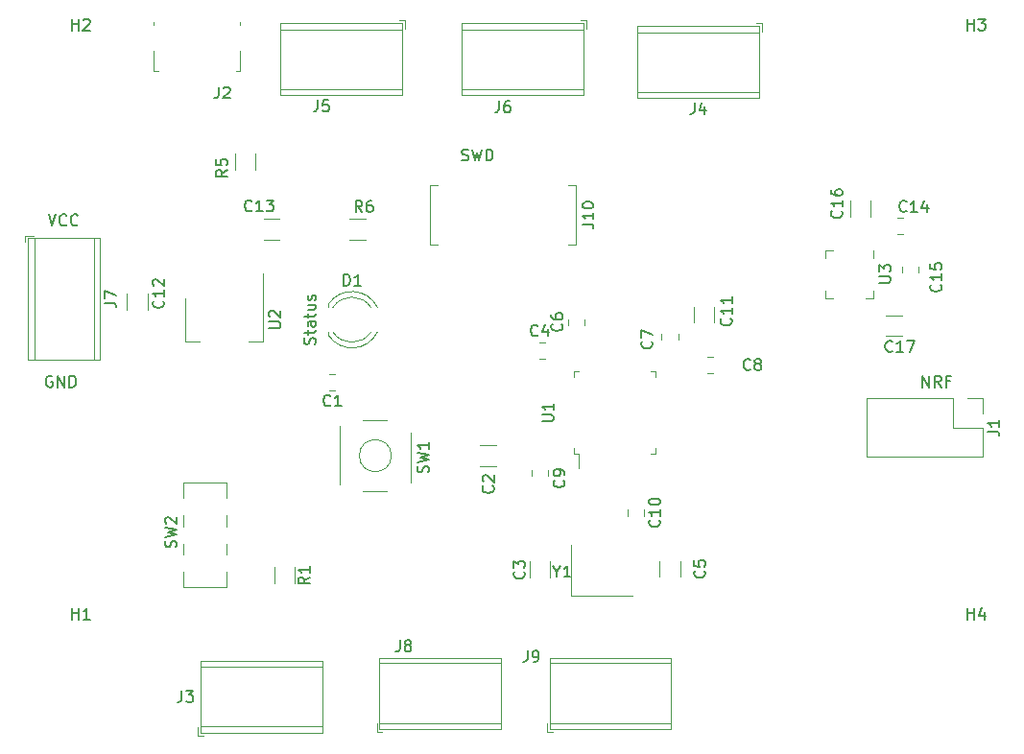
<source format=gbr>
%TF.GenerationSoftware,KiCad,Pcbnew,(6.0.9)*%
%TF.CreationDate,2022-12-05T13:16:43+00:00*%
%TF.ProjectId,stm32controller,73746d33-3263-46f6-9e74-726f6c6c6572,rev?*%
%TF.SameCoordinates,Original*%
%TF.FileFunction,Legend,Top*%
%TF.FilePolarity,Positive*%
%FSLAX46Y46*%
G04 Gerber Fmt 4.6, Leading zero omitted, Abs format (unit mm)*
G04 Created by KiCad (PCBNEW (6.0.9)) date 2022-12-05 13:16:43*
%MOMM*%
%LPD*%
G01*
G04 APERTURE LIST*
%ADD10C,0.150000*%
%ADD11C,0.120000*%
G04 APERTURE END LIST*
D10*
X58654761Y-55166666D02*
X58702380Y-55023809D01*
X58702380Y-54785714D01*
X58654761Y-54690476D01*
X58607142Y-54642857D01*
X58511904Y-54595238D01*
X58416666Y-54595238D01*
X58321428Y-54642857D01*
X58273809Y-54690476D01*
X58226190Y-54785714D01*
X58178571Y-54976190D01*
X58130952Y-55071428D01*
X58083333Y-55119047D01*
X57988095Y-55166666D01*
X57892857Y-55166666D01*
X57797619Y-55119047D01*
X57750000Y-55071428D01*
X57702380Y-54976190D01*
X57702380Y-54738095D01*
X57750000Y-54595238D01*
X58035714Y-54309523D02*
X58035714Y-53928571D01*
X57702380Y-54166666D02*
X58559523Y-54166666D01*
X58654761Y-54119047D01*
X58702380Y-54023809D01*
X58702380Y-53928571D01*
X58702380Y-53166666D02*
X58178571Y-53166666D01*
X58083333Y-53214285D01*
X58035714Y-53309523D01*
X58035714Y-53500000D01*
X58083333Y-53595238D01*
X58654761Y-53166666D02*
X58702380Y-53261904D01*
X58702380Y-53500000D01*
X58654761Y-53595238D01*
X58559523Y-53642857D01*
X58464285Y-53642857D01*
X58369047Y-53595238D01*
X58321428Y-53500000D01*
X58321428Y-53261904D01*
X58273809Y-53166666D01*
X58035714Y-52833333D02*
X58035714Y-52452380D01*
X57702380Y-52690476D02*
X58559523Y-52690476D01*
X58654761Y-52642857D01*
X58702380Y-52547619D01*
X58702380Y-52452380D01*
X58035714Y-51690476D02*
X58702380Y-51690476D01*
X58035714Y-52119047D02*
X58559523Y-52119047D01*
X58654761Y-52071428D01*
X58702380Y-51976190D01*
X58702380Y-51833333D01*
X58654761Y-51738095D01*
X58607142Y-51690476D01*
X58654761Y-51261904D02*
X58702380Y-51166666D01*
X58702380Y-50976190D01*
X58654761Y-50880952D01*
X58559523Y-50833333D01*
X58511904Y-50833333D01*
X58416666Y-50880952D01*
X58369047Y-50976190D01*
X58369047Y-51119047D01*
X58321428Y-51214285D01*
X58226190Y-51261904D01*
X58178571Y-51261904D01*
X58083333Y-51214285D01*
X58035714Y-51119047D01*
X58035714Y-50976190D01*
X58083333Y-50880952D01*
X71642857Y-38904761D02*
X71785714Y-38952380D01*
X72023809Y-38952380D01*
X72119047Y-38904761D01*
X72166666Y-38857142D01*
X72214285Y-38761904D01*
X72214285Y-38666666D01*
X72166666Y-38571428D01*
X72119047Y-38523809D01*
X72023809Y-38476190D01*
X71833333Y-38428571D01*
X71738095Y-38380952D01*
X71690476Y-38333333D01*
X71642857Y-38238095D01*
X71642857Y-38142857D01*
X71690476Y-38047619D01*
X71738095Y-38000000D01*
X71833333Y-37952380D01*
X72071428Y-37952380D01*
X72214285Y-38000000D01*
X72547619Y-37952380D02*
X72785714Y-38952380D01*
X72976190Y-38238095D01*
X73166666Y-38952380D01*
X73404761Y-37952380D01*
X73785714Y-38952380D02*
X73785714Y-37952380D01*
X74023809Y-37952380D01*
X74166666Y-38000000D01*
X74261904Y-38095238D01*
X74309523Y-38190476D01*
X74357142Y-38380952D01*
X74357142Y-38523809D01*
X74309523Y-38714285D01*
X74261904Y-38809523D01*
X74166666Y-38904761D01*
X74023809Y-38952380D01*
X73785714Y-38952380D01*
X35488095Y-58000000D02*
X35392857Y-57952380D01*
X35250000Y-57952380D01*
X35107142Y-58000000D01*
X35011904Y-58095238D01*
X34964285Y-58190476D01*
X34916666Y-58380952D01*
X34916666Y-58523809D01*
X34964285Y-58714285D01*
X35011904Y-58809523D01*
X35107142Y-58904761D01*
X35250000Y-58952380D01*
X35345238Y-58952380D01*
X35488095Y-58904761D01*
X35535714Y-58857142D01*
X35535714Y-58523809D01*
X35345238Y-58523809D01*
X35964285Y-58952380D02*
X35964285Y-57952380D01*
X36535714Y-58952380D01*
X36535714Y-57952380D01*
X37011904Y-58952380D02*
X37011904Y-57952380D01*
X37250000Y-57952380D01*
X37392857Y-58000000D01*
X37488095Y-58095238D01*
X37535714Y-58190476D01*
X37583333Y-58380952D01*
X37583333Y-58523809D01*
X37535714Y-58714285D01*
X37488095Y-58809523D01*
X37392857Y-58904761D01*
X37250000Y-58952380D01*
X37011904Y-58952380D01*
X35166666Y-43702380D02*
X35500000Y-44702380D01*
X35833333Y-43702380D01*
X36738095Y-44607142D02*
X36690476Y-44654761D01*
X36547619Y-44702380D01*
X36452380Y-44702380D01*
X36309523Y-44654761D01*
X36214285Y-44559523D01*
X36166666Y-44464285D01*
X36119047Y-44273809D01*
X36119047Y-44130952D01*
X36166666Y-43940476D01*
X36214285Y-43845238D01*
X36309523Y-43750000D01*
X36452380Y-43702380D01*
X36547619Y-43702380D01*
X36690476Y-43750000D01*
X36738095Y-43797619D01*
X37738095Y-44607142D02*
X37690476Y-44654761D01*
X37547619Y-44702380D01*
X37452380Y-44702380D01*
X37309523Y-44654761D01*
X37214285Y-44559523D01*
X37166666Y-44464285D01*
X37119047Y-44273809D01*
X37119047Y-44130952D01*
X37166666Y-43940476D01*
X37214285Y-43845238D01*
X37309523Y-43750000D01*
X37452380Y-43702380D01*
X37547619Y-43702380D01*
X37690476Y-43750000D01*
X37738095Y-43797619D01*
X112285714Y-58952380D02*
X112285714Y-57952380D01*
X112857142Y-58952380D01*
X112857142Y-57952380D01*
X113904761Y-58952380D02*
X113571428Y-58476190D01*
X113333333Y-58952380D02*
X113333333Y-57952380D01*
X113714285Y-57952380D01*
X113809523Y-58000000D01*
X113857142Y-58047619D01*
X113904761Y-58142857D01*
X113904761Y-58285714D01*
X113857142Y-58380952D01*
X113809523Y-58428571D01*
X113714285Y-58476190D01*
X113333333Y-58476190D01*
X114666666Y-58428571D02*
X114333333Y-58428571D01*
X114333333Y-58952380D02*
X114333333Y-57952380D01*
X114809523Y-57952380D01*
%TO.C,C7*%
X88357142Y-54916666D02*
X88404761Y-54964285D01*
X88452380Y-55107142D01*
X88452380Y-55202380D01*
X88404761Y-55345238D01*
X88309523Y-55440476D01*
X88214285Y-55488095D01*
X88023809Y-55535714D01*
X87880952Y-55535714D01*
X87690476Y-55488095D01*
X87595238Y-55440476D01*
X87500000Y-55345238D01*
X87452380Y-55202380D01*
X87452380Y-55107142D01*
X87500000Y-54964285D01*
X87547619Y-54916666D01*
X87452380Y-54583333D02*
X87452380Y-53916666D01*
X88452380Y-54345238D01*
%TO.C,U2*%
X54622380Y-53761904D02*
X55431904Y-53761904D01*
X55527142Y-53714285D01*
X55574761Y-53666666D01*
X55622380Y-53571428D01*
X55622380Y-53380952D01*
X55574761Y-53285714D01*
X55527142Y-53238095D01*
X55431904Y-53190476D01*
X54622380Y-53190476D01*
X54717619Y-52761904D02*
X54670000Y-52714285D01*
X54622380Y-52619047D01*
X54622380Y-52380952D01*
X54670000Y-52285714D01*
X54717619Y-52238095D01*
X54812857Y-52190476D01*
X54908095Y-52190476D01*
X55050952Y-52238095D01*
X55622380Y-52809523D01*
X55622380Y-52190476D01*
%TO.C,Y1*%
X80023809Y-75226190D02*
X80023809Y-75702380D01*
X79690476Y-74702380D02*
X80023809Y-75226190D01*
X80357142Y-74702380D01*
X81214285Y-75702380D02*
X80642857Y-75702380D01*
X80928571Y-75702380D02*
X80928571Y-74702380D01*
X80833333Y-74845238D01*
X80738095Y-74940476D01*
X80642857Y-74988095D01*
%TO.C,J8*%
X66166666Y-81292380D02*
X66166666Y-82006666D01*
X66119047Y-82149523D01*
X66023809Y-82244761D01*
X65880952Y-82292380D01*
X65785714Y-82292380D01*
X66785714Y-81720952D02*
X66690476Y-81673333D01*
X66642857Y-81625714D01*
X66595238Y-81530476D01*
X66595238Y-81482857D01*
X66642857Y-81387619D01*
X66690476Y-81340000D01*
X66785714Y-81292380D01*
X66976190Y-81292380D01*
X67071428Y-81340000D01*
X67119047Y-81387619D01*
X67166666Y-81482857D01*
X67166666Y-81530476D01*
X67119047Y-81625714D01*
X67071428Y-81673333D01*
X66976190Y-81720952D01*
X66785714Y-81720952D01*
X66690476Y-81768571D01*
X66642857Y-81816190D01*
X66595238Y-81911428D01*
X66595238Y-82101904D01*
X66642857Y-82197142D01*
X66690476Y-82244761D01*
X66785714Y-82292380D01*
X66976190Y-82292380D01*
X67071428Y-82244761D01*
X67119047Y-82197142D01*
X67166666Y-82101904D01*
X67166666Y-81911428D01*
X67119047Y-81816190D01*
X67071428Y-81768571D01*
X66976190Y-81720952D01*
%TO.C,SW1*%
X68654761Y-66483333D02*
X68702380Y-66340476D01*
X68702380Y-66102380D01*
X68654761Y-66007142D01*
X68607142Y-65959523D01*
X68511904Y-65911904D01*
X68416666Y-65911904D01*
X68321428Y-65959523D01*
X68273809Y-66007142D01*
X68226190Y-66102380D01*
X68178571Y-66292857D01*
X68130952Y-66388095D01*
X68083333Y-66435714D01*
X67988095Y-66483333D01*
X67892857Y-66483333D01*
X67797619Y-66435714D01*
X67750000Y-66388095D01*
X67702380Y-66292857D01*
X67702380Y-66054761D01*
X67750000Y-65911904D01*
X67702380Y-65578571D02*
X68702380Y-65340476D01*
X67988095Y-65150000D01*
X68702380Y-64959523D01*
X67702380Y-64721428D01*
X68702380Y-63816666D02*
X68702380Y-64388095D01*
X68702380Y-64102380D02*
X67702380Y-64102380D01*
X67845238Y-64197619D01*
X67940476Y-64292857D01*
X67988095Y-64388095D01*
%TO.C,C17*%
X109607142Y-55744642D02*
X109559523Y-55792261D01*
X109416666Y-55839880D01*
X109321428Y-55839880D01*
X109178571Y-55792261D01*
X109083333Y-55697023D01*
X109035714Y-55601785D01*
X108988095Y-55411309D01*
X108988095Y-55268452D01*
X109035714Y-55077976D01*
X109083333Y-54982738D01*
X109178571Y-54887500D01*
X109321428Y-54839880D01*
X109416666Y-54839880D01*
X109559523Y-54887500D01*
X109607142Y-54935119D01*
X110559523Y-55839880D02*
X109988095Y-55839880D01*
X110273809Y-55839880D02*
X110273809Y-54839880D01*
X110178571Y-54982738D01*
X110083333Y-55077976D01*
X109988095Y-55125595D01*
X110892857Y-54839880D02*
X111559523Y-54839880D01*
X111130952Y-55839880D01*
%TO.C,J10*%
X82252380Y-44559523D02*
X82966666Y-44559523D01*
X83109523Y-44607142D01*
X83204761Y-44702380D01*
X83252380Y-44845238D01*
X83252380Y-44940476D01*
X83252380Y-43559523D02*
X83252380Y-44130952D01*
X83252380Y-43845238D02*
X82252380Y-43845238D01*
X82395238Y-43940476D01*
X82490476Y-44035714D01*
X82538095Y-44130952D01*
X82252380Y-42940476D02*
X82252380Y-42845238D01*
X82300000Y-42750000D01*
X82347619Y-42702380D01*
X82442857Y-42654761D01*
X82633333Y-42607142D01*
X82871428Y-42607142D01*
X83061904Y-42654761D01*
X83157142Y-42702380D01*
X83204761Y-42750000D01*
X83252380Y-42845238D01*
X83252380Y-42940476D01*
X83204761Y-43035714D01*
X83157142Y-43083333D01*
X83061904Y-43130952D01*
X82871428Y-43178571D01*
X82633333Y-43178571D01*
X82442857Y-43130952D01*
X82347619Y-43083333D01*
X82300000Y-43035714D01*
X82252380Y-42940476D01*
%TO.C,C10*%
X89037142Y-70680357D02*
X89084761Y-70727976D01*
X89132380Y-70870833D01*
X89132380Y-70966071D01*
X89084761Y-71108928D01*
X88989523Y-71204166D01*
X88894285Y-71251785D01*
X88703809Y-71299404D01*
X88560952Y-71299404D01*
X88370476Y-71251785D01*
X88275238Y-71204166D01*
X88180000Y-71108928D01*
X88132380Y-70966071D01*
X88132380Y-70870833D01*
X88180000Y-70727976D01*
X88227619Y-70680357D01*
X89132380Y-69727976D02*
X89132380Y-70299404D01*
X89132380Y-70013690D02*
X88132380Y-70013690D01*
X88275238Y-70108928D01*
X88370476Y-70204166D01*
X88418095Y-70299404D01*
X88132380Y-69108928D02*
X88132380Y-69013690D01*
X88180000Y-68918452D01*
X88227619Y-68870833D01*
X88322857Y-68823214D01*
X88513333Y-68775595D01*
X88751428Y-68775595D01*
X88941904Y-68823214D01*
X89037142Y-68870833D01*
X89084761Y-68918452D01*
X89132380Y-69013690D01*
X89132380Y-69108928D01*
X89084761Y-69204166D01*
X89037142Y-69251785D01*
X88941904Y-69299404D01*
X88751428Y-69347023D01*
X88513333Y-69347023D01*
X88322857Y-69299404D01*
X88227619Y-69251785D01*
X88180000Y-69204166D01*
X88132380Y-69108928D01*
%TO.C,J3*%
X46916666Y-85740725D02*
X46916666Y-86455011D01*
X46869047Y-86597868D01*
X46773809Y-86693106D01*
X46630952Y-86740725D01*
X46535714Y-86740725D01*
X47297619Y-85740725D02*
X47916666Y-85740725D01*
X47583333Y-86121678D01*
X47726190Y-86121678D01*
X47821428Y-86169297D01*
X47869047Y-86216916D01*
X47916666Y-86312154D01*
X47916666Y-86550249D01*
X47869047Y-86645487D01*
X47821428Y-86693106D01*
X47726190Y-86740725D01*
X47440476Y-86740725D01*
X47345238Y-86693106D01*
X47297619Y-86645487D01*
%TO.C,D1*%
X61201904Y-49992380D02*
X61201904Y-48992380D01*
X61440000Y-48992380D01*
X61582857Y-49040000D01*
X61678095Y-49135238D01*
X61725714Y-49230476D01*
X61773333Y-49420952D01*
X61773333Y-49563809D01*
X61725714Y-49754285D01*
X61678095Y-49849523D01*
X61582857Y-49944761D01*
X61440000Y-49992380D01*
X61201904Y-49992380D01*
X62725714Y-49992380D02*
X62154285Y-49992380D01*
X62440000Y-49992380D02*
X62440000Y-48992380D01*
X62344761Y-49135238D01*
X62249523Y-49230476D01*
X62154285Y-49278095D01*
%TO.C,J6*%
X74916666Y-33702380D02*
X74916666Y-34416666D01*
X74869047Y-34559523D01*
X74773809Y-34654761D01*
X74630952Y-34702380D01*
X74535714Y-34702380D01*
X75821428Y-33702380D02*
X75630952Y-33702380D01*
X75535714Y-33750000D01*
X75488095Y-33797619D01*
X75392857Y-33940476D01*
X75345238Y-34130952D01*
X75345238Y-34511904D01*
X75392857Y-34607142D01*
X75440476Y-34654761D01*
X75535714Y-34702380D01*
X75726190Y-34702380D01*
X75821428Y-34654761D01*
X75869047Y-34607142D01*
X75916666Y-34511904D01*
X75916666Y-34273809D01*
X75869047Y-34178571D01*
X75821428Y-34130952D01*
X75726190Y-34083333D01*
X75535714Y-34083333D01*
X75440476Y-34130952D01*
X75392857Y-34178571D01*
X75345238Y-34273809D01*
%TO.C,U1*%
X78702380Y-61961904D02*
X79511904Y-61961904D01*
X79607142Y-61914285D01*
X79654761Y-61866666D01*
X79702380Y-61771428D01*
X79702380Y-61580952D01*
X79654761Y-61485714D01*
X79607142Y-61438095D01*
X79511904Y-61390476D01*
X78702380Y-61390476D01*
X79702380Y-60390476D02*
X79702380Y-60961904D01*
X79702380Y-60676190D02*
X78702380Y-60676190D01*
X78845238Y-60771428D01*
X78940476Y-60866666D01*
X78988095Y-60961904D01*
%TO.C,C1*%
X60045833Y-60537142D02*
X59998214Y-60584761D01*
X59855357Y-60632380D01*
X59760119Y-60632380D01*
X59617261Y-60584761D01*
X59522023Y-60489523D01*
X59474404Y-60394285D01*
X59426785Y-60203809D01*
X59426785Y-60060952D01*
X59474404Y-59870476D01*
X59522023Y-59775238D01*
X59617261Y-59680000D01*
X59760119Y-59632380D01*
X59855357Y-59632380D01*
X59998214Y-59680000D01*
X60045833Y-59727619D01*
X60998214Y-60632380D02*
X60426785Y-60632380D01*
X60712500Y-60632380D02*
X60712500Y-59632380D01*
X60617261Y-59775238D01*
X60522023Y-59870476D01*
X60426785Y-59918095D01*
%TO.C,J2*%
X50166666Y-32452380D02*
X50166666Y-33166666D01*
X50119047Y-33309523D01*
X50023809Y-33404761D01*
X49880952Y-33452380D01*
X49785714Y-33452380D01*
X50595238Y-32547619D02*
X50642857Y-32500000D01*
X50738095Y-32452380D01*
X50976190Y-32452380D01*
X51071428Y-32500000D01*
X51119047Y-32547619D01*
X51166666Y-32642857D01*
X51166666Y-32738095D01*
X51119047Y-32880952D01*
X50547619Y-33452380D01*
X51166666Y-33452380D01*
%TO.C,J5*%
X58916666Y-33612380D02*
X58916666Y-34326666D01*
X58869047Y-34469523D01*
X58773809Y-34564761D01*
X58630952Y-34612380D01*
X58535714Y-34612380D01*
X59869047Y-33612380D02*
X59392857Y-33612380D01*
X59345238Y-34088571D01*
X59392857Y-34040952D01*
X59488095Y-33993333D01*
X59726190Y-33993333D01*
X59821428Y-34040952D01*
X59869047Y-34088571D01*
X59916666Y-34183809D01*
X59916666Y-34421904D01*
X59869047Y-34517142D01*
X59821428Y-34564761D01*
X59726190Y-34612380D01*
X59488095Y-34612380D01*
X59392857Y-34564761D01*
X59345238Y-34517142D01*
%TO.C,C12*%
X45257142Y-51330357D02*
X45304761Y-51377976D01*
X45352380Y-51520833D01*
X45352380Y-51616071D01*
X45304761Y-51758928D01*
X45209523Y-51854166D01*
X45114285Y-51901785D01*
X44923809Y-51949404D01*
X44780952Y-51949404D01*
X44590476Y-51901785D01*
X44495238Y-51854166D01*
X44400000Y-51758928D01*
X44352380Y-51616071D01*
X44352380Y-51520833D01*
X44400000Y-51377976D01*
X44447619Y-51330357D01*
X45352380Y-50377976D02*
X45352380Y-50949404D01*
X45352380Y-50663690D02*
X44352380Y-50663690D01*
X44495238Y-50758928D01*
X44590476Y-50854166D01*
X44638095Y-50949404D01*
X44447619Y-49997023D02*
X44400000Y-49949404D01*
X44352380Y-49854166D01*
X44352380Y-49616071D01*
X44400000Y-49520833D01*
X44447619Y-49473214D01*
X44542857Y-49425595D01*
X44638095Y-49425595D01*
X44780952Y-49473214D01*
X45352380Y-50044642D01*
X45352380Y-49425595D01*
%TO.C,C3*%
X77107142Y-75229166D02*
X77154761Y-75276785D01*
X77202380Y-75419642D01*
X77202380Y-75514880D01*
X77154761Y-75657738D01*
X77059523Y-75752976D01*
X76964285Y-75800595D01*
X76773809Y-75848214D01*
X76630952Y-75848214D01*
X76440476Y-75800595D01*
X76345238Y-75752976D01*
X76250000Y-75657738D01*
X76202380Y-75514880D01*
X76202380Y-75419642D01*
X76250000Y-75276785D01*
X76297619Y-75229166D01*
X76202380Y-74895833D02*
X76202380Y-74276785D01*
X76583333Y-74610119D01*
X76583333Y-74467261D01*
X76630952Y-74372023D01*
X76678571Y-74324404D01*
X76773809Y-74276785D01*
X77011904Y-74276785D01*
X77107142Y-74324404D01*
X77154761Y-74372023D01*
X77202380Y-74467261D01*
X77202380Y-74752976D01*
X77154761Y-74848214D01*
X77107142Y-74895833D01*
%TO.C,H2*%
X37238095Y-27452380D02*
X37238095Y-26452380D01*
X37238095Y-26928571D02*
X37809523Y-26928571D01*
X37809523Y-27452380D02*
X37809523Y-26452380D01*
X38238095Y-26547619D02*
X38285714Y-26500000D01*
X38380952Y-26452380D01*
X38619047Y-26452380D01*
X38714285Y-26500000D01*
X38761904Y-26547619D01*
X38809523Y-26642857D01*
X38809523Y-26738095D01*
X38761904Y-26880952D01*
X38190476Y-27452380D01*
X38809523Y-27452380D01*
%TO.C,C14*%
X110857142Y-43402142D02*
X110809523Y-43449761D01*
X110666666Y-43497380D01*
X110571428Y-43497380D01*
X110428571Y-43449761D01*
X110333333Y-43354523D01*
X110285714Y-43259285D01*
X110238095Y-43068809D01*
X110238095Y-42925952D01*
X110285714Y-42735476D01*
X110333333Y-42640238D01*
X110428571Y-42545000D01*
X110571428Y-42497380D01*
X110666666Y-42497380D01*
X110809523Y-42545000D01*
X110857142Y-42592619D01*
X111809523Y-43497380D02*
X111238095Y-43497380D01*
X111523809Y-43497380D02*
X111523809Y-42497380D01*
X111428571Y-42640238D01*
X111333333Y-42735476D01*
X111238095Y-42783095D01*
X112666666Y-42830714D02*
X112666666Y-43497380D01*
X112428571Y-42449761D02*
X112190476Y-43164047D01*
X112809523Y-43164047D01*
%TO.C,H4*%
X116238095Y-79452380D02*
X116238095Y-78452380D01*
X116238095Y-78928571D02*
X116809523Y-78928571D01*
X116809523Y-79452380D02*
X116809523Y-78452380D01*
X117714285Y-78785714D02*
X117714285Y-79452380D01*
X117476190Y-78404761D02*
X117238095Y-79119047D01*
X117857142Y-79119047D01*
%TO.C,J4*%
X92146666Y-33862380D02*
X92146666Y-34576666D01*
X92099047Y-34719523D01*
X92003809Y-34814761D01*
X91860952Y-34862380D01*
X91765714Y-34862380D01*
X93051428Y-34195714D02*
X93051428Y-34862380D01*
X92813333Y-33814761D02*
X92575238Y-34529047D01*
X93194285Y-34529047D01*
%TO.C,C2*%
X74357142Y-67666666D02*
X74404761Y-67714285D01*
X74452380Y-67857142D01*
X74452380Y-67952380D01*
X74404761Y-68095238D01*
X74309523Y-68190476D01*
X74214285Y-68238095D01*
X74023809Y-68285714D01*
X73880952Y-68285714D01*
X73690476Y-68238095D01*
X73595238Y-68190476D01*
X73500000Y-68095238D01*
X73452380Y-67952380D01*
X73452380Y-67857142D01*
X73500000Y-67714285D01*
X73547619Y-67666666D01*
X73547619Y-67285714D02*
X73500000Y-67238095D01*
X73452380Y-67142857D01*
X73452380Y-66904761D01*
X73500000Y-66809523D01*
X73547619Y-66761904D01*
X73642857Y-66714285D01*
X73738095Y-66714285D01*
X73880952Y-66761904D01*
X74452380Y-67333333D01*
X74452380Y-66714285D01*
%TO.C,R5*%
X50952380Y-39766666D02*
X50476190Y-40100000D01*
X50952380Y-40338095D02*
X49952380Y-40338095D01*
X49952380Y-39957142D01*
X50000000Y-39861904D01*
X50047619Y-39814285D01*
X50142857Y-39766666D01*
X50285714Y-39766666D01*
X50380952Y-39814285D01*
X50428571Y-39861904D01*
X50476190Y-39957142D01*
X50476190Y-40338095D01*
X49952380Y-38861904D02*
X49952380Y-39338095D01*
X50428571Y-39385714D01*
X50380952Y-39338095D01*
X50333333Y-39242857D01*
X50333333Y-39004761D01*
X50380952Y-38909523D01*
X50428571Y-38861904D01*
X50523809Y-38814285D01*
X50761904Y-38814285D01*
X50857142Y-38861904D01*
X50904761Y-38909523D01*
X50952380Y-39004761D01*
X50952380Y-39242857D01*
X50904761Y-39338095D01*
X50857142Y-39385714D01*
%TO.C,C16*%
X105107142Y-43392857D02*
X105154761Y-43440476D01*
X105202380Y-43583333D01*
X105202380Y-43678571D01*
X105154761Y-43821428D01*
X105059523Y-43916666D01*
X104964285Y-43964285D01*
X104773809Y-44011904D01*
X104630952Y-44011904D01*
X104440476Y-43964285D01*
X104345238Y-43916666D01*
X104250000Y-43821428D01*
X104202380Y-43678571D01*
X104202380Y-43583333D01*
X104250000Y-43440476D01*
X104297619Y-43392857D01*
X105202380Y-42440476D02*
X105202380Y-43011904D01*
X105202380Y-42726190D02*
X104202380Y-42726190D01*
X104345238Y-42821428D01*
X104440476Y-42916666D01*
X104488095Y-43011904D01*
X104202380Y-41583333D02*
X104202380Y-41773809D01*
X104250000Y-41869047D01*
X104297619Y-41916666D01*
X104440476Y-42011904D01*
X104630952Y-42059523D01*
X105011904Y-42059523D01*
X105107142Y-42011904D01*
X105154761Y-41964285D01*
X105202380Y-41869047D01*
X105202380Y-41678571D01*
X105154761Y-41583333D01*
X105107142Y-41535714D01*
X105011904Y-41488095D01*
X104773809Y-41488095D01*
X104678571Y-41535714D01*
X104630952Y-41583333D01*
X104583333Y-41678571D01*
X104583333Y-41869047D01*
X104630952Y-41964285D01*
X104678571Y-42011904D01*
X104773809Y-42059523D01*
%TO.C,C6*%
X80427142Y-53379166D02*
X80474761Y-53426785D01*
X80522380Y-53569642D01*
X80522380Y-53664880D01*
X80474761Y-53807738D01*
X80379523Y-53902976D01*
X80284285Y-53950595D01*
X80093809Y-53998214D01*
X79950952Y-53998214D01*
X79760476Y-53950595D01*
X79665238Y-53902976D01*
X79570000Y-53807738D01*
X79522380Y-53664880D01*
X79522380Y-53569642D01*
X79570000Y-53426785D01*
X79617619Y-53379166D01*
X79522380Y-52522023D02*
X79522380Y-52712500D01*
X79570000Y-52807738D01*
X79617619Y-52855357D01*
X79760476Y-52950595D01*
X79950952Y-52998214D01*
X80331904Y-52998214D01*
X80427142Y-52950595D01*
X80474761Y-52902976D01*
X80522380Y-52807738D01*
X80522380Y-52617261D01*
X80474761Y-52522023D01*
X80427142Y-52474404D01*
X80331904Y-52426785D01*
X80093809Y-52426785D01*
X79998571Y-52474404D01*
X79950952Y-52522023D01*
X79903333Y-52617261D01*
X79903333Y-52807738D01*
X79950952Y-52902976D01*
X79998571Y-52950595D01*
X80093809Y-52998214D01*
%TO.C,C11*%
X95357142Y-52892857D02*
X95404761Y-52940476D01*
X95452380Y-53083333D01*
X95452380Y-53178571D01*
X95404761Y-53321428D01*
X95309523Y-53416666D01*
X95214285Y-53464285D01*
X95023809Y-53511904D01*
X94880952Y-53511904D01*
X94690476Y-53464285D01*
X94595238Y-53416666D01*
X94500000Y-53321428D01*
X94452380Y-53178571D01*
X94452380Y-53083333D01*
X94500000Y-52940476D01*
X94547619Y-52892857D01*
X95452380Y-51940476D02*
X95452380Y-52511904D01*
X95452380Y-52226190D02*
X94452380Y-52226190D01*
X94595238Y-52321428D01*
X94690476Y-52416666D01*
X94738095Y-52511904D01*
X95452380Y-50988095D02*
X95452380Y-51559523D01*
X95452380Y-51273809D02*
X94452380Y-51273809D01*
X94595238Y-51369047D01*
X94690476Y-51464285D01*
X94738095Y-51559523D01*
%TO.C,J1*%
X118032380Y-62853333D02*
X118746666Y-62853333D01*
X118889523Y-62900952D01*
X118984761Y-62996190D01*
X119032380Y-63139047D01*
X119032380Y-63234285D01*
X119032380Y-61853333D02*
X119032380Y-62424761D01*
X119032380Y-62139047D02*
X118032380Y-62139047D01*
X118175238Y-62234285D01*
X118270476Y-62329523D01*
X118318095Y-62424761D01*
%TO.C,U3*%
X108452380Y-49736904D02*
X109261904Y-49736904D01*
X109357142Y-49689285D01*
X109404761Y-49641666D01*
X109452380Y-49546428D01*
X109452380Y-49355952D01*
X109404761Y-49260714D01*
X109357142Y-49213095D01*
X109261904Y-49165476D01*
X108452380Y-49165476D01*
X108452380Y-48784523D02*
X108452380Y-48165476D01*
X108833333Y-48498809D01*
X108833333Y-48355952D01*
X108880952Y-48260714D01*
X108928571Y-48213095D01*
X109023809Y-48165476D01*
X109261904Y-48165476D01*
X109357142Y-48213095D01*
X109404761Y-48260714D01*
X109452380Y-48355952D01*
X109452380Y-48641666D01*
X109404761Y-48736904D01*
X109357142Y-48784523D01*
%TO.C,C9*%
X80607142Y-67166666D02*
X80654761Y-67214285D01*
X80702380Y-67357142D01*
X80702380Y-67452380D01*
X80654761Y-67595238D01*
X80559523Y-67690476D01*
X80464285Y-67738095D01*
X80273809Y-67785714D01*
X80130952Y-67785714D01*
X79940476Y-67738095D01*
X79845238Y-67690476D01*
X79750000Y-67595238D01*
X79702380Y-67452380D01*
X79702380Y-67357142D01*
X79750000Y-67214285D01*
X79797619Y-67166666D01*
X80702380Y-66690476D02*
X80702380Y-66500000D01*
X80654761Y-66404761D01*
X80607142Y-66357142D01*
X80464285Y-66261904D01*
X80273809Y-66214285D01*
X79892857Y-66214285D01*
X79797619Y-66261904D01*
X79750000Y-66309523D01*
X79702380Y-66404761D01*
X79702380Y-66595238D01*
X79750000Y-66690476D01*
X79797619Y-66738095D01*
X79892857Y-66785714D01*
X80130952Y-66785714D01*
X80226190Y-66738095D01*
X80273809Y-66690476D01*
X80321428Y-66595238D01*
X80321428Y-66404761D01*
X80273809Y-66309523D01*
X80226190Y-66261904D01*
X80130952Y-66214285D01*
%TO.C,C4*%
X78333333Y-54357142D02*
X78285714Y-54404761D01*
X78142857Y-54452380D01*
X78047619Y-54452380D01*
X77904761Y-54404761D01*
X77809523Y-54309523D01*
X77761904Y-54214285D01*
X77714285Y-54023809D01*
X77714285Y-53880952D01*
X77761904Y-53690476D01*
X77809523Y-53595238D01*
X77904761Y-53500000D01*
X78047619Y-53452380D01*
X78142857Y-53452380D01*
X78285714Y-53500000D01*
X78333333Y-53547619D01*
X79190476Y-53785714D02*
X79190476Y-54452380D01*
X78952380Y-53404761D02*
X78714285Y-54119047D01*
X79333333Y-54119047D01*
%TO.C,C15*%
X113857142Y-49892857D02*
X113904761Y-49940476D01*
X113952380Y-50083333D01*
X113952380Y-50178571D01*
X113904761Y-50321428D01*
X113809523Y-50416666D01*
X113714285Y-50464285D01*
X113523809Y-50511904D01*
X113380952Y-50511904D01*
X113190476Y-50464285D01*
X113095238Y-50416666D01*
X113000000Y-50321428D01*
X112952380Y-50178571D01*
X112952380Y-50083333D01*
X113000000Y-49940476D01*
X113047619Y-49892857D01*
X113952380Y-48940476D02*
X113952380Y-49511904D01*
X113952380Y-49226190D02*
X112952380Y-49226190D01*
X113095238Y-49321428D01*
X113190476Y-49416666D01*
X113238095Y-49511904D01*
X112952380Y-48035714D02*
X112952380Y-48511904D01*
X113428571Y-48559523D01*
X113380952Y-48511904D01*
X113333333Y-48416666D01*
X113333333Y-48178571D01*
X113380952Y-48083333D01*
X113428571Y-48035714D01*
X113523809Y-47988095D01*
X113761904Y-47988095D01*
X113857142Y-48035714D01*
X113904761Y-48083333D01*
X113952380Y-48178571D01*
X113952380Y-48416666D01*
X113904761Y-48511904D01*
X113857142Y-48559523D01*
%TO.C,J9*%
X77416666Y-82202380D02*
X77416666Y-82916666D01*
X77369047Y-83059523D01*
X77273809Y-83154761D01*
X77130952Y-83202380D01*
X77035714Y-83202380D01*
X77940476Y-83202380D02*
X78130952Y-83202380D01*
X78226190Y-83154761D01*
X78273809Y-83107142D01*
X78369047Y-82964285D01*
X78416666Y-82773809D01*
X78416666Y-82392857D01*
X78369047Y-82297619D01*
X78321428Y-82250000D01*
X78226190Y-82202380D01*
X78035714Y-82202380D01*
X77940476Y-82250000D01*
X77892857Y-82297619D01*
X77845238Y-82392857D01*
X77845238Y-82630952D01*
X77892857Y-82726190D01*
X77940476Y-82773809D01*
X78035714Y-82821428D01*
X78226190Y-82821428D01*
X78321428Y-82773809D01*
X78369047Y-82726190D01*
X78416666Y-82630952D01*
%TO.C,SW2*%
X46404761Y-73083333D02*
X46452380Y-72940476D01*
X46452380Y-72702380D01*
X46404761Y-72607142D01*
X46357142Y-72559523D01*
X46261904Y-72511904D01*
X46166666Y-72511904D01*
X46071428Y-72559523D01*
X46023809Y-72607142D01*
X45976190Y-72702380D01*
X45928571Y-72892857D01*
X45880952Y-72988095D01*
X45833333Y-73035714D01*
X45738095Y-73083333D01*
X45642857Y-73083333D01*
X45547619Y-73035714D01*
X45500000Y-72988095D01*
X45452380Y-72892857D01*
X45452380Y-72654761D01*
X45500000Y-72511904D01*
X45452380Y-72178571D02*
X46452380Y-71940476D01*
X45738095Y-71750000D01*
X46452380Y-71559523D01*
X45452380Y-71321428D01*
X45547619Y-70988095D02*
X45500000Y-70940476D01*
X45452380Y-70845238D01*
X45452380Y-70607142D01*
X45500000Y-70511904D01*
X45547619Y-70464285D01*
X45642857Y-70416666D01*
X45738095Y-70416666D01*
X45880952Y-70464285D01*
X46452380Y-71035714D01*
X46452380Y-70416666D01*
%TO.C,H3*%
X116238095Y-27452380D02*
X116238095Y-26452380D01*
X116238095Y-26928571D02*
X116809523Y-26928571D01*
X116809523Y-27452380D02*
X116809523Y-26452380D01*
X117190476Y-26452380D02*
X117809523Y-26452380D01*
X117476190Y-26833333D01*
X117619047Y-26833333D01*
X117714285Y-26880952D01*
X117761904Y-26928571D01*
X117809523Y-27023809D01*
X117809523Y-27261904D01*
X117761904Y-27357142D01*
X117714285Y-27404761D01*
X117619047Y-27452380D01*
X117333333Y-27452380D01*
X117238095Y-27404761D01*
X117190476Y-27357142D01*
%TO.C,J7*%
X40112380Y-51523333D02*
X40826666Y-51523333D01*
X40969523Y-51570952D01*
X41064761Y-51666190D01*
X41112380Y-51809047D01*
X41112380Y-51904285D01*
X40112380Y-51142380D02*
X40112380Y-50475714D01*
X41112380Y-50904285D01*
%TO.C,R1*%
X58202380Y-75716666D02*
X57726190Y-76050000D01*
X58202380Y-76288095D02*
X57202380Y-76288095D01*
X57202380Y-75907142D01*
X57250000Y-75811904D01*
X57297619Y-75764285D01*
X57392857Y-75716666D01*
X57535714Y-75716666D01*
X57630952Y-75764285D01*
X57678571Y-75811904D01*
X57726190Y-75907142D01*
X57726190Y-76288095D01*
X58202380Y-74764285D02*
X58202380Y-75335714D01*
X58202380Y-75050000D02*
X57202380Y-75050000D01*
X57345238Y-75145238D01*
X57440476Y-75240476D01*
X57488095Y-75335714D01*
%TO.C,C5*%
X93007142Y-75166666D02*
X93054761Y-75214285D01*
X93102380Y-75357142D01*
X93102380Y-75452380D01*
X93054761Y-75595238D01*
X92959523Y-75690476D01*
X92864285Y-75738095D01*
X92673809Y-75785714D01*
X92530952Y-75785714D01*
X92340476Y-75738095D01*
X92245238Y-75690476D01*
X92150000Y-75595238D01*
X92102380Y-75452380D01*
X92102380Y-75357142D01*
X92150000Y-75214285D01*
X92197619Y-75166666D01*
X92102380Y-74261904D02*
X92102380Y-74738095D01*
X92578571Y-74785714D01*
X92530952Y-74738095D01*
X92483333Y-74642857D01*
X92483333Y-74404761D01*
X92530952Y-74309523D01*
X92578571Y-74261904D01*
X92673809Y-74214285D01*
X92911904Y-74214285D01*
X93007142Y-74261904D01*
X93054761Y-74309523D01*
X93102380Y-74404761D01*
X93102380Y-74642857D01*
X93054761Y-74738095D01*
X93007142Y-74785714D01*
%TO.C,R6*%
X62833333Y-43482380D02*
X62500000Y-43006190D01*
X62261904Y-43482380D02*
X62261904Y-42482380D01*
X62642857Y-42482380D01*
X62738095Y-42530000D01*
X62785714Y-42577619D01*
X62833333Y-42672857D01*
X62833333Y-42815714D01*
X62785714Y-42910952D01*
X62738095Y-42958571D01*
X62642857Y-43006190D01*
X62261904Y-43006190D01*
X63690476Y-42482380D02*
X63500000Y-42482380D01*
X63404761Y-42530000D01*
X63357142Y-42577619D01*
X63261904Y-42720476D01*
X63214285Y-42910952D01*
X63214285Y-43291904D01*
X63261904Y-43387142D01*
X63309523Y-43434761D01*
X63404761Y-43482380D01*
X63595238Y-43482380D01*
X63690476Y-43434761D01*
X63738095Y-43387142D01*
X63785714Y-43291904D01*
X63785714Y-43053809D01*
X63738095Y-42958571D01*
X63690476Y-42910952D01*
X63595238Y-42863333D01*
X63404761Y-42863333D01*
X63309523Y-42910952D01*
X63261904Y-42958571D01*
X63214285Y-43053809D01*
%TO.C,C13*%
X53107142Y-43357142D02*
X53059523Y-43404761D01*
X52916666Y-43452380D01*
X52821428Y-43452380D01*
X52678571Y-43404761D01*
X52583333Y-43309523D01*
X52535714Y-43214285D01*
X52488095Y-43023809D01*
X52488095Y-42880952D01*
X52535714Y-42690476D01*
X52583333Y-42595238D01*
X52678571Y-42500000D01*
X52821428Y-42452380D01*
X52916666Y-42452380D01*
X53059523Y-42500000D01*
X53107142Y-42547619D01*
X54059523Y-43452380D02*
X53488095Y-43452380D01*
X53773809Y-43452380D02*
X53773809Y-42452380D01*
X53678571Y-42595238D01*
X53583333Y-42690476D01*
X53488095Y-42738095D01*
X54392857Y-42452380D02*
X55011904Y-42452380D01*
X54678571Y-42833333D01*
X54821428Y-42833333D01*
X54916666Y-42880952D01*
X54964285Y-42928571D01*
X55011904Y-43023809D01*
X55011904Y-43261904D01*
X54964285Y-43357142D01*
X54916666Y-43404761D01*
X54821428Y-43452380D01*
X54535714Y-43452380D01*
X54440476Y-43404761D01*
X54392857Y-43357142D01*
%TO.C,H1*%
X37238095Y-79452380D02*
X37238095Y-78452380D01*
X37238095Y-78928571D02*
X37809523Y-78928571D01*
X37809523Y-79452380D02*
X37809523Y-78452380D01*
X38809523Y-79452380D02*
X38238095Y-79452380D01*
X38523809Y-79452380D02*
X38523809Y-78452380D01*
X38428571Y-78595238D01*
X38333333Y-78690476D01*
X38238095Y-78738095D01*
%TO.C,C8*%
X97083333Y-57357142D02*
X97035714Y-57404761D01*
X96892857Y-57452380D01*
X96797619Y-57452380D01*
X96654761Y-57404761D01*
X96559523Y-57309523D01*
X96511904Y-57214285D01*
X96464285Y-57023809D01*
X96464285Y-56880952D01*
X96511904Y-56690476D01*
X96559523Y-56595238D01*
X96654761Y-56500000D01*
X96797619Y-56452380D01*
X96892857Y-56452380D01*
X97035714Y-56500000D01*
X97083333Y-56547619D01*
X97654761Y-56880952D02*
X97559523Y-56833333D01*
X97511904Y-56785714D01*
X97464285Y-56690476D01*
X97464285Y-56642857D01*
X97511904Y-56547619D01*
X97559523Y-56500000D01*
X97654761Y-56452380D01*
X97845238Y-56452380D01*
X97940476Y-56500000D01*
X97988095Y-56547619D01*
X98035714Y-56642857D01*
X98035714Y-56690476D01*
X97988095Y-56785714D01*
X97940476Y-56833333D01*
X97845238Y-56880952D01*
X97654761Y-56880952D01*
X97559523Y-56928571D01*
X97511904Y-56976190D01*
X97464285Y-57071428D01*
X97464285Y-57261904D01*
X97511904Y-57357142D01*
X97559523Y-57404761D01*
X97654761Y-57452380D01*
X97845238Y-57452380D01*
X97940476Y-57404761D01*
X97988095Y-57357142D01*
X98035714Y-57261904D01*
X98035714Y-57071428D01*
X97988095Y-56976190D01*
X97940476Y-56928571D01*
X97845238Y-56880952D01*
D11*
%TO.C,C7*%
X89265000Y-54798752D02*
X89265000Y-54276248D01*
X90735000Y-54798752D02*
X90735000Y-54276248D01*
%TO.C,U2*%
X47260000Y-51150000D02*
X47260000Y-54910000D01*
X47260000Y-54910000D02*
X48520000Y-54910000D01*
X54080000Y-48900000D02*
X54080000Y-54910000D01*
X54080000Y-54910000D02*
X52820000Y-54910000D01*
%TO.C,Y1*%
X81250000Y-77400000D02*
X86650000Y-77400000D01*
X81250000Y-72900000D02*
X81250000Y-77400000D01*
%TO.C,J8*%
X64120000Y-89400000D02*
X64620000Y-89400000D01*
X64120000Y-88660000D02*
X64120000Y-89400000D01*
X64360000Y-83300000D02*
X75100000Y-83300000D01*
X64360000Y-89160000D02*
X75100000Y-89160000D01*
X75100000Y-82840000D02*
X75100000Y-89160000D01*
X64360000Y-82840000D02*
X75100000Y-82840000D01*
X64360000Y-82840000D02*
X64360000Y-89160000D01*
X64360000Y-88600000D02*
X75100000Y-88600000D01*
%TO.C,SW1*%
X60880000Y-62350000D02*
X60880000Y-67550000D01*
X62850000Y-61880000D02*
X65050000Y-61880000D01*
X67120000Y-62950000D02*
X67120000Y-67350000D01*
X65050000Y-68120000D02*
X62850000Y-68120000D01*
X65414214Y-65000000D02*
G75*
G03*
X65414214Y-65000000I-1414214J0D01*
G01*
%TO.C,C17*%
X110473752Y-54447500D02*
X109051248Y-54447500D01*
X110473752Y-52627500D02*
X109051248Y-52627500D01*
%TO.C,J10*%
X81710000Y-46400000D02*
X81010000Y-46400000D01*
X81710000Y-41100000D02*
X81710000Y-46400000D01*
X68790000Y-41100000D02*
X68790000Y-46400000D01*
X69490000Y-41100000D02*
X68790000Y-41100000D01*
X68790000Y-46400000D02*
X69490000Y-46400000D01*
X81010000Y-41100000D02*
X81710000Y-41100000D01*
%TO.C,C10*%
X86265000Y-69776248D02*
X86265000Y-70298752D01*
X87735000Y-69776248D02*
X87735000Y-70298752D01*
%TO.C,J3*%
X48570000Y-89448345D02*
X59310000Y-89448345D01*
X59310000Y-83128345D02*
X59310000Y-89448345D01*
X48570000Y-88888345D02*
X59310000Y-88888345D01*
X48330000Y-89688345D02*
X48830000Y-89688345D01*
X48330000Y-88948345D02*
X48330000Y-89688345D01*
X48570000Y-83588345D02*
X59310000Y-83588345D01*
X48570000Y-83128345D02*
X48570000Y-89448345D01*
X48570000Y-83128345D02*
X59310000Y-83128345D01*
%TO.C,D1*%
X59880000Y-51601000D02*
X59880000Y-51920000D01*
X59880000Y-54080000D02*
X59880000Y-54399000D01*
X59880000Y-54398749D02*
G75*
G03*
X64183242Y-54080724I2060000J1398749D01*
G01*
X63622713Y-51919039D02*
G75*
G03*
X60256670Y-51920000I-1682713J-1080961D01*
G01*
X60256670Y-54080000D02*
G75*
G03*
X63622713Y-54080961I1683330J1080000D01*
G01*
X64183242Y-51919276D02*
G75*
G03*
X59880000Y-51601251I-2243242J-1080724D01*
G01*
%TO.C,J6*%
X82375000Y-26840000D02*
X71635000Y-26840000D01*
X82615000Y-27340000D02*
X82615000Y-26600000D01*
X82375000Y-27400000D02*
X71635000Y-27400000D01*
X82375000Y-33160000D02*
X82375000Y-26840000D01*
X82375000Y-32700000D02*
X71635000Y-32700000D01*
X82375000Y-33160000D02*
X71635000Y-33160000D01*
X82615000Y-26600000D02*
X82115000Y-26600000D01*
X71635000Y-33160000D02*
X71635000Y-26840000D01*
%TO.C,U1*%
X81490000Y-58040000D02*
X81490000Y-57590000D01*
X81490000Y-64360000D02*
X81490000Y-64810000D01*
X88710000Y-64360000D02*
X88710000Y-64810000D01*
X88710000Y-58040000D02*
X88710000Y-57590000D01*
X81490000Y-57590000D02*
X81940000Y-57590000D01*
X88710000Y-64810000D02*
X88260000Y-64810000D01*
X81940000Y-64810000D02*
X81940000Y-66100000D01*
X88710000Y-57590000D02*
X88260000Y-57590000D01*
X81490000Y-64810000D02*
X81940000Y-64810000D01*
%TO.C,C1*%
X60473752Y-57765000D02*
X59951248Y-57765000D01*
X60473752Y-59235000D02*
X59951248Y-59235000D01*
%TO.C,J2*%
X52060000Y-26750000D02*
X52060000Y-27010000D01*
X52060000Y-29290000D02*
X52060000Y-31060000D01*
X44440000Y-31060000D02*
X44820000Y-31060000D01*
X44440000Y-31060000D02*
X44440000Y-29290000D01*
X52060000Y-31060000D02*
X51680000Y-31060000D01*
X44440000Y-27010000D02*
X44440000Y-26750000D01*
%TO.C,J5*%
X66375000Y-33160000D02*
X55635000Y-33160000D01*
X66615000Y-26600000D02*
X66115000Y-26600000D01*
X66375000Y-26840000D02*
X55635000Y-26840000D01*
X66375000Y-33160000D02*
X66375000Y-26840000D01*
X55635000Y-33160000D02*
X55635000Y-26840000D01*
X66615000Y-27340000D02*
X66615000Y-26600000D01*
X66375000Y-27400000D02*
X55635000Y-27400000D01*
X66375000Y-32700000D02*
X55635000Y-32700000D01*
%TO.C,C12*%
X43910000Y-50726248D02*
X43910000Y-52148752D01*
X42090000Y-50726248D02*
X42090000Y-52148752D01*
%TO.C,C3*%
X79410000Y-75773752D02*
X79410000Y-74351248D01*
X77590000Y-75773752D02*
X77590000Y-74351248D01*
%TO.C,C14*%
X110076248Y-45460000D02*
X110598752Y-45460000D01*
X110076248Y-43990000D02*
X110598752Y-43990000D01*
%TO.C,J4*%
X98090000Y-26850000D02*
X97590000Y-26850000D01*
X97850000Y-33410000D02*
X97850000Y-27090000D01*
X97850000Y-27650000D02*
X87110000Y-27650000D01*
X98090000Y-27590000D02*
X98090000Y-26850000D01*
X97850000Y-33410000D02*
X87110000Y-33410000D01*
X97850000Y-27090000D02*
X87110000Y-27090000D01*
X97850000Y-32950000D02*
X87110000Y-32950000D01*
X87110000Y-33410000D02*
X87110000Y-27090000D01*
%TO.C,C2*%
X74648752Y-64090000D02*
X73226248Y-64090000D01*
X74648752Y-65910000D02*
X73226248Y-65910000D01*
%TO.C,R5*%
X51590000Y-39777064D02*
X51590000Y-38322936D01*
X53410000Y-39777064D02*
X53410000Y-38322936D01*
%TO.C,C16*%
X107710000Y-43936252D02*
X107710000Y-42513748D01*
X105890000Y-43936252D02*
X105890000Y-42513748D01*
%TO.C,C6*%
X81015000Y-53473752D02*
X81015000Y-52951248D01*
X82485000Y-53473752D02*
X82485000Y-52951248D01*
%TO.C,C11*%
X92090000Y-53273752D02*
X92090000Y-51851248D01*
X93910000Y-53273752D02*
X93910000Y-51851248D01*
%TO.C,J1*%
X114980000Y-59920000D02*
X107300000Y-59920000D01*
X117580000Y-62520000D02*
X117580000Y-65120000D01*
X117580000Y-65120000D02*
X107300000Y-65120000D01*
X116250000Y-59920000D02*
X117580000Y-59920000D01*
X117580000Y-59920000D02*
X117580000Y-61250000D01*
X114980000Y-62520000D02*
X117580000Y-62520000D01*
X114980000Y-59920000D02*
X114980000Y-62520000D01*
X107300000Y-59920000D02*
X107300000Y-65120000D01*
%TO.C,U3*%
X103690000Y-46865000D02*
X104365000Y-46865000D01*
X107910000Y-47540000D02*
X107910000Y-46865000D01*
X107910000Y-50410000D02*
X107910000Y-51085000D01*
X103690000Y-47540000D02*
X103690000Y-46865000D01*
X103690000Y-50410000D02*
X103690000Y-51085000D01*
X107910000Y-51085000D02*
X107235000Y-51085000D01*
X103690000Y-51085000D02*
X104365000Y-51085000D01*
%TO.C,C9*%
X79235000Y-66276248D02*
X79235000Y-66798752D01*
X77765000Y-66276248D02*
X77765000Y-66798752D01*
%TO.C,C4*%
X78973752Y-55015000D02*
X78451248Y-55015000D01*
X78973752Y-56485000D02*
X78451248Y-56485000D01*
%TO.C,C15*%
X110465000Y-48313748D02*
X110465000Y-48836252D01*
X111935000Y-48313748D02*
X111935000Y-48836252D01*
%TO.C,J9*%
X79360000Y-89160000D02*
X90100000Y-89160000D01*
X79360000Y-88600000D02*
X90100000Y-88600000D01*
X79360000Y-83300000D02*
X90100000Y-83300000D01*
X79120000Y-88660000D02*
X79120000Y-89400000D01*
X79360000Y-82840000D02*
X79360000Y-89160000D01*
X79120000Y-89400000D02*
X79620000Y-89400000D01*
X79360000Y-82840000D02*
X90100000Y-82840000D01*
X90100000Y-82840000D02*
X90100000Y-89160000D01*
%TO.C,SW2*%
X50910000Y-76610000D02*
X47090000Y-76610000D01*
X47090000Y-67390000D02*
X47090000Y-68740000D01*
X50910000Y-68740000D02*
X50910000Y-67390000D01*
X50910000Y-73740000D02*
X50910000Y-72760000D01*
X50910000Y-76610000D02*
X50910000Y-75260000D01*
X50910000Y-67390000D02*
X47090000Y-67390000D01*
X47090000Y-73740000D02*
X47090000Y-72760000D01*
X50910000Y-71240000D02*
X50910000Y-70260000D01*
X47090000Y-76610000D02*
X47090000Y-75260000D01*
X47090000Y-71240000D02*
X47090000Y-70260000D01*
%TO.C,J7*%
X33900000Y-45820000D02*
X33900000Y-56560000D01*
X33100000Y-45580000D02*
X33100000Y-46080000D01*
X39660000Y-45820000D02*
X33340000Y-45820000D01*
X39660000Y-56560000D02*
X33340000Y-56560000D01*
X33840000Y-45580000D02*
X33100000Y-45580000D01*
X39200000Y-45820000D02*
X39200000Y-56560000D01*
X33340000Y-45820000D02*
X33340000Y-56560000D01*
X39660000Y-45820000D02*
X39660000Y-56560000D01*
%TO.C,R1*%
X55090000Y-74822936D02*
X55090000Y-76277064D01*
X56910000Y-74822936D02*
X56910000Y-76277064D01*
%TO.C,C5*%
X89090000Y-74288748D02*
X89090000Y-75711252D01*
X90910000Y-74288748D02*
X90910000Y-75711252D01*
%TO.C,R6*%
X61677936Y-45910000D02*
X63132064Y-45910000D01*
X61677936Y-44090000D02*
X63132064Y-44090000D01*
%TO.C,C13*%
X54131248Y-44090000D02*
X55553752Y-44090000D01*
X54131248Y-45910000D02*
X55553752Y-45910000D01*
%TO.C,C8*%
X93276248Y-57735000D02*
X93798752Y-57735000D01*
X93276248Y-56265000D02*
X93798752Y-56265000D01*
%TD*%
M02*

</source>
